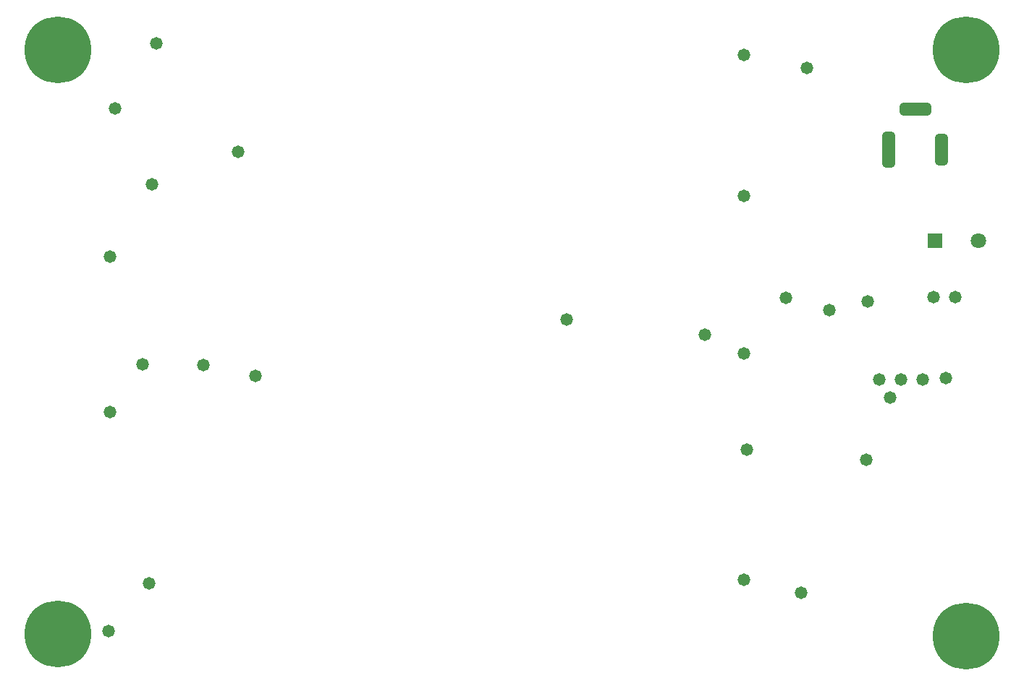
<source format=gbs>
G04*
G04 #@! TF.GenerationSoftware,Altium Limited,Altium Designer,20.1.12 (249)*
G04*
G04 Layer_Color=16711935*
%FSLAX25Y25*%
%MOIN*%
G70*
G04*
G04 #@! TF.SameCoordinates,9558268F-E582-4542-BACD-EEF3D3045912*
G04*
G04*
G04 #@! TF.FilePolarity,Negative*
G04*
G01*
G75*
%ADD29C,0.05800*%
G04:AMPARAMS|DCode=38|XSize=165.48mil|YSize=59.18mil|CornerRadius=16.8mil|HoleSize=0mil|Usage=FLASHONLY|Rotation=270.000|XOffset=0mil|YOffset=0mil|HoleType=Round|Shape=RoundedRectangle|*
%AMROUNDEDRECTD38*
21,1,0.16548,0.02559,0,0,270.0*
21,1,0.13189,0.05918,0,0,270.0*
1,1,0.03359,-0.01280,-0.06594*
1,1,0.03359,-0.01280,0.06594*
1,1,0.03359,0.01280,0.06594*
1,1,0.03359,0.01280,-0.06594*
%
%ADD38ROUNDEDRECTD38*%
G04:AMPARAMS|DCode=39|XSize=145.8mil|YSize=59.18mil|CornerRadius=16.8mil|HoleSize=0mil|Usage=FLASHONLY|Rotation=270.000|XOffset=0mil|YOffset=0mil|HoleType=Round|Shape=RoundedRectangle|*
%AMROUNDEDRECTD39*
21,1,0.14580,0.02559,0,0,270.0*
21,1,0.11221,0.05918,0,0,270.0*
1,1,0.03359,-0.01280,-0.05610*
1,1,0.03359,-0.01280,0.05610*
1,1,0.03359,0.01280,0.05610*
1,1,0.03359,0.01280,-0.05610*
%
%ADD39ROUNDEDRECTD39*%
G04:AMPARAMS|DCode=40|XSize=145.8mil|YSize=59.18mil|CornerRadius=16.8mil|HoleSize=0mil|Usage=FLASHONLY|Rotation=0.000|XOffset=0mil|YOffset=0mil|HoleType=Round|Shape=RoundedRectangle|*
%AMROUNDEDRECTD40*
21,1,0.14580,0.02559,0,0,0.0*
21,1,0.11221,0.05918,0,0,0.0*
1,1,0.03359,0.05610,-0.01280*
1,1,0.03359,-0.05610,-0.01280*
1,1,0.03359,-0.05610,0.01280*
1,1,0.03359,0.05610,0.01280*
%
%ADD40ROUNDEDRECTD40*%
%ADD41C,0.07099*%
%ADD42R,0.07099X0.07099*%
%ADD43C,0.30800*%
D29*
X604500Y212500D02*
D03*
X579500Y278500D02*
D03*
X560000Y331500D02*
D03*
X353000Y312500D02*
D03*
X307500Y466000D02*
D03*
X286000Y367500D02*
D03*
X301000Y318000D02*
D03*
X304000Y217000D02*
D03*
X635000Y347000D02*
D03*
X675500Y349000D02*
D03*
X660500Y311000D02*
D03*
X665500Y349000D02*
D03*
X634500Y274000D02*
D03*
X640500Y311000D02*
D03*
X617500Y343000D02*
D03*
X650500Y311000D02*
D03*
X671000Y311500D02*
D03*
X645500Y302500D02*
D03*
X305500Y401000D02*
D03*
X597500Y348500D02*
D03*
X496500Y338500D02*
D03*
X607000Y454500D02*
D03*
X329000Y317519D02*
D03*
X288500Y436000D02*
D03*
X578000Y218500D02*
D03*
X285500Y195000D02*
D03*
X286000Y296000D02*
D03*
X345000Y416000D02*
D03*
X578000Y323000D02*
D03*
Y395500D02*
D03*
Y460500D02*
D03*
D38*
X644591Y417000D02*
D03*
D39*
X669000D02*
D03*
D40*
X657189Y435504D02*
D03*
D41*
X686000Y375000D02*
D03*
D42*
X666000D02*
D03*
D43*
X680500Y192500D02*
D03*
Y463000D02*
D03*
X262000Y193500D02*
D03*
Y463000D02*
D03*
M02*

</source>
